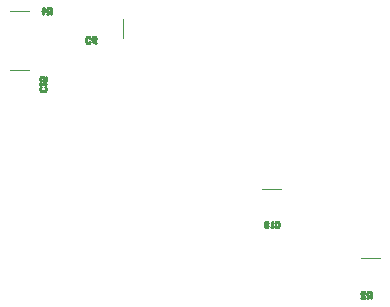
<source format=gbo>
G04*
G04 #@! TF.GenerationSoftware,Altium Limited,Altium Designer,20.1.12 (249)*
G04*
G04 Layer_Color=32896*
%FSLAX25Y25*%
%MOIN*%
G70*
G04*
G04 #@! TF.SameCoordinates,A4FAC8CF-ADEF-4931-830A-096F340B5E0A*
G04*
G04*
G04 #@! TF.FilePolarity,Positive*
G04*
G01*
G75*
%ADD11C,0.01000*%
%ADD13C,0.00394*%
D11*
X166193Y400403D02*
Y402371D01*
X165209D01*
X164881Y402043D01*
Y401387D01*
X165209Y401059D01*
X166193D01*
X165537D02*
X164881Y400403D01*
X163241D02*
Y402371D01*
X164225Y401387D01*
X162913D01*
X272638Y305796D02*
Y307764D01*
X271654D01*
X271326Y307436D01*
Y306780D01*
X271654Y306452D01*
X272638D01*
X271982D02*
X271326Y305796D01*
X269358D02*
X270670D01*
X269358Y307108D01*
Y307436D01*
X269686Y307764D01*
X270342D01*
X270670Y307436D01*
X164136Y376058D02*
X164464Y375730D01*
Y375074D01*
X164136Y374746D01*
X162824D01*
X162496Y375074D01*
Y375730D01*
X162824Y376058D01*
X162496Y376714D02*
Y377370D01*
Y377042D01*
X164464D01*
X164136Y376714D01*
X164464Y379666D02*
Y378354D01*
X163480D01*
X163808Y379010D01*
Y379338D01*
X163480Y379666D01*
X162824D01*
X162496Y379338D01*
Y378682D01*
X162824Y378354D01*
X240827Y331013D02*
X241155Y331341D01*
X241811D01*
X242139Y331013D01*
Y329701D01*
X241811Y329373D01*
X241155D01*
X240827Y329701D01*
X240171Y329373D02*
X239515D01*
X239843D01*
Y331341D01*
X240171Y331013D01*
X238531D02*
X238203Y331341D01*
X237547D01*
X237219Y331013D01*
Y330685D01*
X237547Y330357D01*
X237875D01*
X237547D01*
X237219Y330029D01*
Y329701D01*
X237547Y329373D01*
X238203D01*
X238531Y329701D01*
X178916Y391158D02*
X178588Y390830D01*
X177932D01*
X177604Y391158D01*
Y392470D01*
X177932Y392798D01*
X178588D01*
X178916Y392470D01*
X180884Y390830D02*
X180228Y391158D01*
X179572Y391814D01*
Y392470D01*
X179900Y392798D01*
X180556D01*
X180884Y392470D01*
Y392142D01*
X180556Y391814D01*
X179572D01*
D13*
X269416Y319122D02*
X275755D01*
X189948Y392660D02*
Y398999D01*
X152343Y401576D02*
X158682D01*
X236509Y342167D02*
X242847D01*
X152343Y381948D02*
X158682D01*
M02*

</source>
